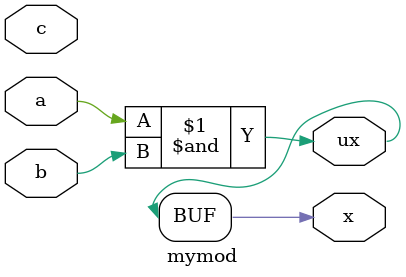
<source format=v>
module mymod (
    a, b, c, x, ux
  );

  input a, b, c;
  output wire x, ux;

  
  assign x = a & b;
  // assign x = b;
  // assign x = c;
  // this prevents ux from being driven for multiple drivers but uwire must not be a port
  // uwire ux; 
  assign ux = x;

endmodule

</source>
